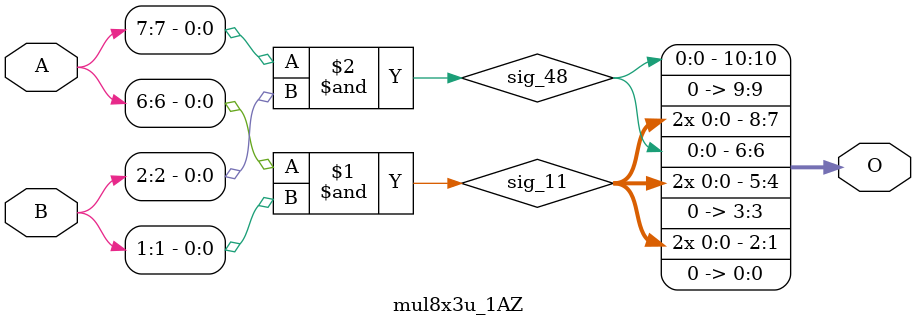
<source format=v>
/***
* This code is a part of EvoApproxLib library (ehw.fit.vutbr.cz/approxlib) distributed under The MIT License.
* When used, please cite the following article(s): V. Mrazek, L. Sekanina, Z. Vasicek "Libraries of Approximate Circuits: Automated Design and Application in CNN Accelerators" IEEE Journal on Emerging and Selected Topics in Circuits and Systems, Vol 10, No 4, 2020 
* This file contains a circuit from a sub-set of pareto optimal circuits with respect to the pwr and mae parameters
***/
// MAE% = 8.59 %
// MAE = 176 
// WCE% = 31.01 %
// WCE = 635 
// WCRE% = 242.19 %
// EP% = 87.01 %
// MRE% = 67.11 %
// MSE = 53366 
// PDK45_PWR = 0.0006 mW
// PDK45_AREA = 4.7 um2
// PDK45_DELAY = 0.04 ns

module mul8x3u_1AZ (
    A,
    B,
    O
);

input [7:0] A;
input [2:0] B;
output [10:0] O;

wire sig_11,sig_48;

assign sig_11 = A[6] & B[1];
assign sig_48 = A[7] & B[2];

assign O[10] = sig_48;
assign O[9] = 1'b0;
assign O[8] = sig_11;
assign O[7] = sig_11;
assign O[6] = sig_48;
assign O[5] = sig_11;
assign O[4] = sig_11;
assign O[3] = 1'b0;
assign O[2] = sig_11;
assign O[1] = sig_11;
assign O[0] = 1'b0;

endmodule



</source>
